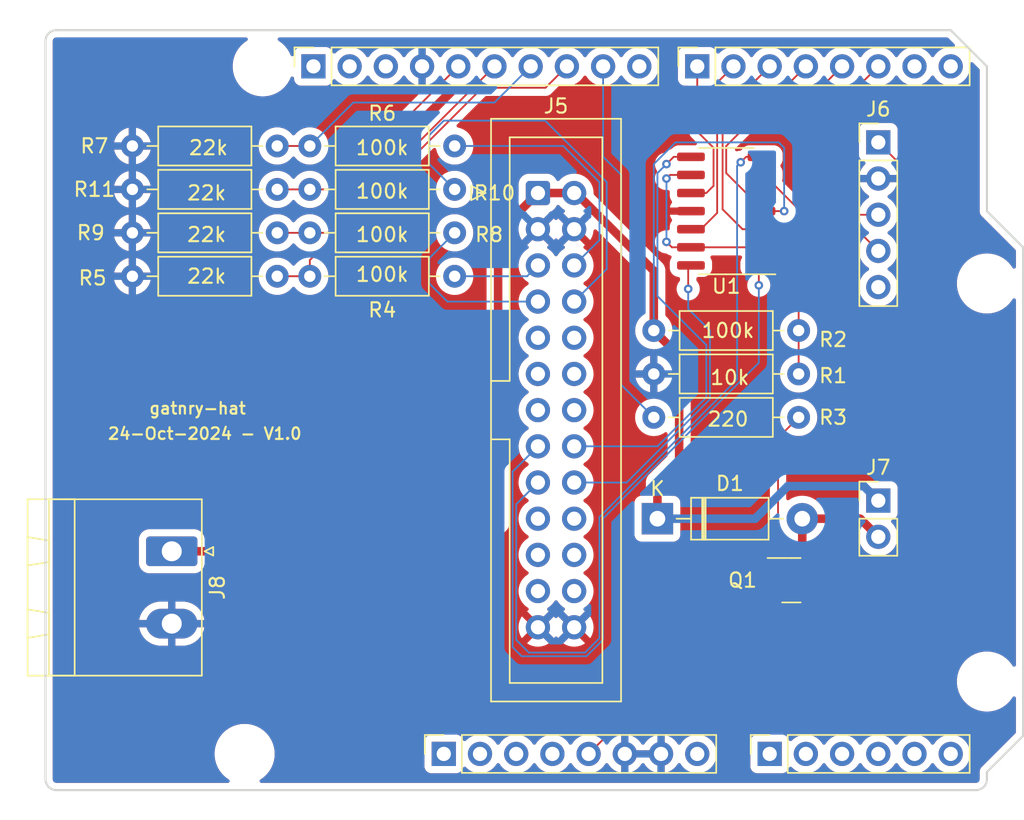
<source format=kicad_pcb>
(kicad_pcb (version 20211014) (generator pcbnew)
  (title_block (date "mar. 31 mars 2015"))
  (layers (0 "F.Cu" signal "Front") (31 "B.Cu" signal "Back") (34 "B.Paste" user) (35 "F.Paste" user) (36 "B.SilkS" user "B.Silkscreen") (37 "F.SilkS" user "F.Silkscreen") (38 "B.Mask" user) (39 "F.Mask" user) (44 "Edge.Cuts" user))
  (net 0 "")
  (net 1 "GND")
  (net 3 "+5V")
  (net 4 "/IOREF")
  (net 5 "/A0")
  (net 6 "/A1")
  (net 7 "/A2")
  (net 8 "/A3")
  (net 9 "/13")
  (net 10 "/12")
  (net 11 "/AREF")
  (net 12 "/8")
  (net 13 "/7")
  (net 14 "/*11")
  (net 15 "/*10")
  (net 16 "/*9")
  (net 17 "/4")
  (net 18 "/2")
  (net 19 "/*6")
  (net 20 "/*5")
  (net 21 "/TX{slash}1")
  (net 22 "/*3")
  (net 23 "/RX{slash}0")
  (net 24 "+3V3")
  (net 25 "VCC")
  (net 26 "/~{RESET}")
  (net 27 "+24V")
  (net 28 "Net-(D1-Pad2)")
  (net 29 "/I1")
  (net 30 "/I2")
  (net 31 "/I3")
  (net 32 "/I4")
  (net 39 "/Q1")
  (net 40 "/Q2")
  (net 41 "/Q3")
  (net 42 "/Q4")
  (net 49 "/encX")
  (net 50 "Net-(Q1-Pad1)")
  (net 51 "Net-(R1-Pad1)")
  (net 52 "/SCL")
  (net 53 "/SDA")
  (net 54 "/A4")
  (net 55 "/A5")
  (footprint "Connector_PinSocket_2.54mm:PinSocket_1x08_P2.54mm_Vertical" (layer "F.Cu") (at 127.94 97.46 90)
    (fp_text reference "J1" hide)
    (fp_text value "Power")
    (fp_line (start -1.33 19.11) (end 1.33 19.11) (layer "F.SilkS") (width 0.12))
    (fp_line (start 1.33 1.27) (end 1.33 19.11) (layer "F.SilkS") (width 0.12))
    (fp_line (start -1.33 1.27) (end 1.33 1.27) (layer "F.SilkS") (width 0.12))
    (fp_line (start 0 -1.33) (end 1.33 -1.33) (layer "F.SilkS") (width 0.12))
    (fp_line (start 1.33 -1.33) (end 1.33 0) (layer "F.SilkS") (width 0.12))
    (fp_line (start -1.33 1.27) (end -1.33 19.11) (layer "F.SilkS") (width 0.12))
    (pad "1" thru_hole rect locked (at 0 0 90) (size 1.7 1.7) (drill 1) (layers *.Cu *.Mask))
    (pad "2" thru_hole oval locked (at 0 2.54 90) (size 1.7 1.7) (drill 1) (layers *.Cu *.Mask) (net 4 "/IOREF"))
    (pad "3" thru_hole oval locked (at 0 5.08 90) (size 1.7 1.7) (drill 1) (layers *.Cu *.Mask) (net 26 "/~{RESET}"))
    (pad "4" thru_hole oval locked (at 0 7.62 90) (size 1.7 1.7) (drill 1) (layers *.Cu *.Mask) (net 24 "+3V3"))
    (pad "5" thru_hole oval locked (at 0 10.16 90) (size 1.7 1.7) (drill 1) (layers *.Cu *.Mask) (net 3 "+5V"))
    (pad "6" thru_hole oval locked (at 0 12.7 90) (size 1.7 1.7) (drill 1) (layers *.Cu *.Mask) (net 1 "GND"))
    (pad "7" thru_hole oval locked (at 0 15.24 90) (size 1.7 1.7) (drill 1) (layers *.Cu *.Mask) (net 1 "GND"))
    (pad "8" thru_hole oval locked (at 0 17.78 90) (size 1.7 1.7) (drill 1) (layers *.Cu *.Mask) (net 25 "VCC"))
  )
  (footprint "Connector_PinSocket_2.54mm:PinSocket_1x06_P2.54mm_Vertical" (layer "F.Cu") (at 150.8 97.46 90)
    (fp_text reference "J3" hide)
    (fp_text value "Analog")
    (fp_line (start 1.33 1.27) (end 1.33 14.03) (layer "F.SilkS") (width 0.12))
    (fp_line (start 0 -1.33) (end 1.33 -1.33) (layer "F.SilkS") (width 0.12))
    (fp_line (start -1.33 1.27) (end 1.33 1.27) (layer "F.SilkS") (width 0.12))
    (fp_line (start -1.33 1.27) (end -1.33 14.03) (layer "F.SilkS") (width 0.12))
    (fp_line (start -1.33 14.03) (end 1.33 14.03) (layer "F.SilkS") (width 0.12))
    (fp_line (start 1.33 -1.33) (end 1.33 0) (layer "F.SilkS") (width 0.12))
    (pad "1" thru_hole rect locked (at 0 0 90) (size 1.7 1.7) (drill 1) (layers *.Cu *.Mask) (net 5 "/A0"))
    (pad "2" thru_hole oval locked (at 0 2.54 90) (size 1.7 1.7) (drill 1) (layers *.Cu *.Mask) (net 6 "/A1"))
    (pad "3" thru_hole oval locked (at 0 5.08 90) (size 1.7 1.7) (drill 1) (layers *.Cu *.Mask) (net 7 "/A2"))
    (pad "4" thru_hole oval locked (at 0 7.62 90) (size 1.7 1.7) (drill 1) (layers *.Cu *.Mask) (net 8 "/A3"))
    (pad "5" thru_hole oval locked (at 0 10.16 90) (size 1.7 1.7) (drill 1) (layers *.Cu *.Mask) (net 54 "/A4"))
    (pad "6" thru_hole oval locked (at 0 12.7 90) (size 1.7 1.7) (drill 1) (layers *.Cu *.Mask) (net 55 "/A5"))
  )
  (footprint "Connector_PinSocket_2.54mm:PinSocket_1x10_P2.54mm_Vertical" (layer "F.Cu") (at 118.796 49.2 90)
    (fp_text reference "J2" hide)
    (fp_text value "Digital/PWM")
    (fp_line (start -1.33 24.19) (end 1.33 24.19) (layer "F.SilkS") (width 0.12))
    (fp_line (start -1.33 1.27) (end -1.33 24.19) (layer "F.SilkS") (width 0.12))
    (fp_line (start 1.33 -1.33) (end 1.33 0) (layer "F.SilkS") (width 0.12))
    (fp_line (start 0 -1.33) (end 1.33 -1.33) (layer "F.SilkS") (width 0.12))
    (fp_line (start 1.33 1.27) (end 1.33 24.19) (layer "F.SilkS") (width 0.12))
    (fp_line (start -1.33 1.27) (end 1.33 1.27) (layer "F.SilkS") (width 0.12))
    (pad "1" thru_hole rect locked (at 0 0 90) (size 1.7 1.7) (drill 1) (layers *.Cu *.Mask) (net 52 "/SCL"))
    (pad "2" thru_hole oval locked (at 0 2.54 90) (size 1.7 1.7) (drill 1) (layers *.Cu *.Mask) (net 53 "/SDA"))
    (pad "3" thru_hole oval locked (at 0 5.08 90) (size 1.7 1.7) (drill 1) (layers *.Cu *.Mask) (net 11 "/AREF"))
    (pad "4" thru_hole oval locked (at 0 7.62 90) (size 1.7 1.7) (drill 1) (layers *.Cu *.Mask) (net 1 "GND"))
    (pad "5" thru_hole oval locked (at 0 10.16 90) (size 1.7 1.7) (drill 1) (layers *.Cu *.Mask) (net 9 "/13"))
    (pad "6" thru_hole oval locked (at 0 12.7 90) (size 1.7 1.7) (drill 1) (layers *.Cu *.Mask) (net 10 "/12"))
    (pad "7" thru_hole oval locked (at 0 15.24 90) (size 1.7 1.7) (drill 1) (layers *.Cu *.Mask) (net 14 "/*11"))
    (pad "8" thru_hole oval locked (at 0 17.78 90) (size 1.7 1.7) (drill 1) (layers *.Cu *.Mask) (net 15 "/*10"))
    (pad "9" thru_hole oval locked (at 0 20.32 90) (size 1.7 1.7) (drill 1) (layers *.Cu *.Mask) (net 16 "/*9"))
    (pad "10" thru_hole oval locked (at 0 22.86 90) (size 1.7 1.7) (drill 1) (layers *.Cu *.Mask) (net 12 "/8"))
  )
  (footprint "Connector_PinSocket_2.54mm:PinSocket_1x08_P2.54mm_Vertical" (layer "F.Cu") (at 145.72 49.2 90)
    (fp_text reference "J4" hide)
    (fp_text value "Digital/PWM")
    (fp_line (start -1.33 19.11) (end 1.33 19.11) (layer "F.SilkS") (width 0.12))
    (fp_line (start -1.33 1.27) (end -1.33 19.11) (layer "F.SilkS") (width 0.12))
    (fp_line (start 0 -1.33) (end 1.33 -1.33) (layer "F.SilkS") (width 0.12))
    (fp_line (start -1.33 1.27) (end 1.33 1.27) (layer "F.SilkS") (width 0.12))
    (fp_line (start 1.33 -1.33) (end 1.33 0) (layer "F.SilkS") (width 0.12))
    (fp_line (start 1.33 1.27) (end 1.33 19.11) (layer "F.SilkS") (width 0.12))
    (pad "1" thru_hole rect locked (at 0 0 90) (size 1.7 1.7) (drill 1) (layers *.Cu *.Mask) (net 13 "/7"))
    (pad "2" thru_hole oval locked (at 0 2.54 90) (size 1.7 1.7) (drill 1) (layers *.Cu *.Mask) (net 19 "/*6"))
    (pad "3" thru_hole oval locked (at 0 5.08 90) (size 1.7 1.7) (drill 1) (layers *.Cu *.Mask) (net 20 "/*5"))
    (pad "4" thru_hole oval locked (at 0 7.62 90) (size 1.7 1.7) (drill 1) (layers *.Cu *.Mask) (net 17 "/4"))
    (pad "5" thru_hole oval locked (at 0 10.16 90) (size 1.7 1.7) (drill 1) (layers *.Cu *.Mask) (net 22 "/*3"))
    (pad "6" thru_hole oval locked (at 0 12.7 90) (size 1.7 1.7) (drill 1) (layers *.Cu *.Mask) (net 18 "/2"))
    (pad "7" thru_hole oval locked (at 0 15.24 90) (size 1.7 1.7) (drill 1) (layers *.Cu *.Mask) (net 21 "/TX{slash}1"))
    (pad "8" thru_hole oval locked (at 0 17.78 90) (size 1.7 1.7) (drill 1) (layers *.Cu *.Mask) (net 23 "/RX{slash}0"))
  )
  (footprint "Resistor_THT:R_Axial_DIN0207_L6.3mm_D2.5mm_P10.16mm_Horizontal" (layer "F.Cu") (at 128.702 57.836 180)
    (fp_text reference "R10" (at -2.794 -0.254) (layer "F.SilkS"))
    (fp_text value "100k" (at 5.08 -0.127) (layer "F.SilkS"))
    (fp_line (start 1.81 1.37) (end 8.35 1.37) (layer "F.SilkS") (width 0.12))
    (fp_line (start 1.04 0) (end 1.81 0) (layer "F.SilkS") (width 0.12))
    (fp_line (start 1.81 -1.37) (end 1.81 1.37) (layer "F.SilkS") (width 0.12))
    (fp_line (start 8.35 1.37) (end 8.35 -1.37) (layer "F.SilkS") (width 0.12))
    (fp_line (start 8.35 -1.37) (end 1.81 -1.37) (layer "F.SilkS") (width 0.12))
    (fp_line (start 9.12 0) (end 8.35 0) (layer "F.SilkS") (width 0.12))
    (pad "1" thru_hole circle (at 0 0 180) (size 1.6 1.6) (drill 0.8) (layers *.Cu *.Mask) (net 32 "/I4"))
    (pad "2" thru_hole oval (at 10.16 0 180) (size 1.6 1.6) (drill 0.8) (layers *.Cu *.Mask) (net 9 "/13"))
  )
  (footprint "Resistor_THT:R_Axial_DIN0207_L6.3mm_D2.5mm_P10.16mm_Horizontal" (layer "F.Cu") (at 142.672 73.838)
    (fp_text reference "R3" (at 12.573 0) (layer "F.SilkS"))
    (fp_text value "220" (at 5.207 0.127) (layer "F.SilkS"))
    (fp_line (start 1.04 0) (end 1.81 0) (layer "F.SilkS") (width 0.12))
    (fp_line (start 9.12 0) (end 8.35 0) (layer "F.SilkS") (width 0.12))
    (fp_line (start 1.81 1.37) (end 8.35 1.37) (layer "F.SilkS") (width 0.12))
    (fp_line (start 1.81 -1.37) (end 1.81 1.37) (layer "F.SilkS") (width 0.12))
    (fp_line (start 8.35 1.37) (end 8.35 -1.37) (layer "F.SilkS") (width 0.12))
    (fp_line (start 8.35 -1.37) (end 1.81 -1.37) (layer "F.SilkS") (width 0.12))
    (pad "1" thru_hole circle (at 0 0) (size 1.6 1.6) (drill 0.8) (layers *.Cu *.Mask) (net 16 "/*9"))
    (pad "2" thru_hole oval (at 10.16 0) (size 1.6 1.6) (drill 0.8) (layers *.Cu *.Mask) (net 50 "Net-(Q1-Pad1)"))
  )
  (footprint "Resistor_THT:R_Axial_DIN0207_L6.3mm_D2.5mm_P10.16mm_Horizontal" (layer "F.Cu") (at 128.702 60.884 180)
    (fp_text reference "R8" (at -2.413 -0.127) (layer "F.SilkS"))
    (fp_text value "100k" (at 5.08 -0.127) (layer "F.SilkS"))
    (fp_line (start 1.04 0) (end 1.81 0) (layer "F.SilkS") (width 0.12))
    (fp_line (start 8.35 -1.37) (end 1.81 -1.37) (layer "F.SilkS") (width 0.12))
    (fp_line (start 8.35 1.37) (end 8.35 -1.37) (layer "F.SilkS") (width 0.12))
    (fp_line (start 1.81 -1.37) (end 1.81 1.37) (layer "F.SilkS") (width 0.12))
    (fp_line (start 1.81 1.37) (end 8.35 1.37) (layer "F.SilkS") (width 0.12))
    (fp_line (start 9.12 0) (end 8.35 0) (layer "F.SilkS") (width 0.12))
    (pad "1" thru_hole circle (at 0 0 180) (size 1.6 1.6) (drill 0.8) (layers *.Cu *.Mask) (net 31 "/I3"))
    (pad "2" thru_hole oval (at 10.16 0 180) (size 1.6 1.6) (drill 0.8) (layers *.Cu *.Mask) (net 10 "/12"))
  )
  (footprint "Resistor_THT:R_Axial_DIN0207_L6.3mm_D2.5mm_P10.16mm_Horizontal" (layer "F.Cu") (at 128.702 63.932 180)
    (fp_text reference "R4" (at 5.08 -2.37) (layer "F.SilkS"))
    (fp_text value "100k" (at 5.08 0.127) (layer "F.SilkS"))
    (fp_line (start 9.12 0) (end 8.35 0) (layer "F.SilkS") (width 0.12))
    (fp_line (start 1.81 1.37) (end 8.35 1.37) (layer "F.SilkS") (width 0.12))
    (fp_line (start 1.04 0) (end 1.81 0) (layer "F.SilkS") (width 0.12))
    (fp_line (start 8.35 -1.37) (end 1.81 -1.37) (layer "F.SilkS") (width 0.12))
    (fp_line (start 8.35 1.37) (end 8.35 -1.37) (layer "F.SilkS") (width 0.12))
    (fp_line (start 1.81 -1.37) (end 1.81 1.37) (layer "F.SilkS") (width 0.12))
    (pad "1" thru_hole circle (at 0 0 180) (size 1.6 1.6) (drill 0.8) (layers *.Cu *.Mask) (net 29 "/I1"))
    (pad "2" thru_hole oval (at 10.16 0 180) (size 1.6 1.6) (drill 0.8) (layers *.Cu *.Mask) (net 15 "/*10"))
  )
  (footprint "Diode_THT:D_DO-41_SOD81_P10.16mm_Horizontal" (layer "F.Cu") (at 142.926 80.95)
    (fp_text reference "D1" (at 5.08 -2.47) (layer "F.SilkS"))
    (fp_text value "1N4007")
    (fp_text user "K" (at 0 -2.1) (layer "F.SilkS"))
    (fp_line (start 3.14 -1.47) (end 3.14 1.47) (layer "F.SilkS") (width 0.12))
    (fp_line (start 1.34 0) (end 2.36 0) (layer "F.SilkS") (width 0.12))
    (fp_line (start 2.36 1.47) (end 7.8 1.47) (layer "F.SilkS") (width 0.12))
    (fp_line (start 2.36 -1.47) (end 2.36 1.47) (layer "F.SilkS") (width 0.12))
    (fp_line (start 7.8 -1.47) (end 2.36 -1.47) (layer "F.SilkS") (width 0.12))
    (fp_line (start 8.82 0) (end 7.8 0) (layer "F.SilkS") (width 0.12))
    (fp_line (start 3.26 -1.47) (end 3.26 1.47) (layer "F.SilkS") (width 0.12))
    (fp_line (start 3.38 -1.47) (end 3.38 1.47) (layer "F.SilkS") (width 0.12))
    (fp_line (start 7.8 1.47) (end 7.8 -1.47) (layer "F.SilkS") (width 0.12))
    (pad "1" thru_hole rect (at 0 0) (size 2.2 2.2) (drill 1.1) (layers *.Cu *.Mask) (net 27 "+24V"))
    (pad "2" thru_hole oval (at 10.16 0) (size 2.2 2.2) (drill 1.1) (layers *.Cu *.Mask) (net 28 "Net-(D1-Pad2)"))
  )
  (footprint "Resistor_THT:R_Axial_DIN0207_L6.3mm_D2.5mm_P10.16mm_Horizontal" (layer "F.Cu") (at 116.256 63.932 180)
    (fp_text reference "R5" (at 12.954 -0.127) (layer "F.SilkS"))
    (fp_text value "22k" (at 4.953 0) (layer "F.SilkS"))
    (fp_line (start 1.04 0) (end 1.81 0) (layer "F.SilkS") (width 0.12))
    (fp_line (start 1.81 1.37) (end 8.35 1.37) (layer "F.SilkS") (width 0.12))
    (fp_line (start 9.12 0) (end 8.35 0) (layer "F.SilkS") (width 0.12))
    (fp_line (start 1.81 -1.37) (end 1.81 1.37) (layer "F.SilkS") (width 0.12))
    (fp_line (start 8.35 -1.37) (end 1.81 -1.37) (layer "F.SilkS") (width 0.12))
    (fp_line (start 8.35 1.37) (end 8.35 -1.37) (layer "F.SilkS") (width 0.12))
    (pad "1" thru_hole circle (at 0 0 180) (size 1.6 1.6) (drill 0.8) (layers *.Cu *.Mask) (net 15 "/*10"))
    (pad "2" thru_hole oval (at 10.16 0 180) (size 1.6 1.6) (drill 0.8) (layers *.Cu *.Mask) (net 1 "GND"))
  )
  (footprint "Resistor_THT:R_Axial_DIN0207_L6.3mm_D2.5mm_P10.16mm_Horizontal" (layer "F.Cu") (at 142.672 67.742)
    (fp_text reference "R2" (at 12.573 0.635) (layer "F.SilkS"))
    (fp_text value "100k" (at 5.207 0) (layer "F.SilkS"))
    (fp_line (start 1.04 0) (end 1.81 0) (layer "F.SilkS") (width 0.12))
    (fp_line (start 9.12 0) (end 8.35 0) (layer "F.SilkS") (width 0.12))
    (fp_line (start 8.35 1.37) (end 8.35 -1.37) (layer "F.SilkS") (width 0.12))
    (fp_line (start 8.35 -1.37) (end 1.81 -1.37) (layer "F.SilkS") (width 0.12))
    (fp_line (start 1.81 1.37) (end 8.35 1.37) (layer "F.SilkS") (width 0.12))
    (fp_line (start 1.81 -1.37) (end 1.81 1.37) (layer "F.SilkS") (width 0.12))
    (pad "1" thru_hole circle (at 0 0) (size 1.6 1.6) (drill 0.8) (layers *.Cu *.Mask) (net 27 "+24V"))
    (pad "2" thru_hole oval (at 10.16 0) (size 1.6 1.6) (drill 0.8) (layers *.Cu *.Mask) (net 51 "Net-(R1-Pad1)"))
  )
  (footprint "Package_SO:SOIC-14_3.9x8.7mm_P1.27mm" (layer "F.Cu") (at 147.752 59.36 180)
    (fp_text reference "U1" (at 0 -5.28) (layer "F.SilkS"))
    (fp_text value "TL084")
    (fp_line (start 0 -4.435) (end 1.95 -4.435) (layer "F.SilkS") (width 0.12))
    (fp_line (start 0 4.435) (end -1.95 4.435) (layer "F.SilkS") (width 0.12))
    (fp_line (start 0 -4.435) (end -3.45 -4.435) (layer "F.SilkS") (width 0.12))
    (fp_line (start 0 4.435) (end 1.95 4.435) (layer "F.SilkS") (width 0.12))
    (pad "1" smd roundrect (at -2.475 -3.81 180) (size 1.95 0.6) (layers "F.Cu" "F.Paste" "F.Mask") (net 39 "/Q1"))
    (pad "2" smd roundrect (at -2.475 -2.54 180) (size 1.95 0.6) (layers "F.Cu" "F.Paste" "F.Mask") (net 51 "Net-(R1-Pad1)"))
    (pad "3" smd roundrect (at -2.475 -1.27 180) (size 1.95 0.6) (layers "F.Cu" "F.Paste" "F.Mask") (net 20 "/*5"))
    (pad "4" smd roundrect (at -2.475 0 180) (size 1.95 0.6) (layers "F.Cu" "F.Paste" "F.Mask") (net 27 "+24V"))
    (pad "5" smd roundrect (at -2.475 1.27 180) (size 1.95 0.6) (layers "F.Cu" "F.Paste" "F.Mask") (net 17 "/4"))
    (pad "6" smd roundrect (at -2.475 2.54 180) (size 1.95 0.6) (layers "F.Cu" "F.Paste" "F.Mask") (net 51 "Net-(R1-Pad1)"))
    (pad "7" smd roundrect (at -2.475 3.81 180) (size 1.95 0.6) (layers "F.Cu" "F.Paste" "F.Mask") (net 41 "/Q3"))
    (pad "8" smd roundrect (at 2.475 3.81 180) (size 1.95 0.6) (layers "F.Cu" "F.Paste" "F.Mask") (net 40 "/Q2"))
    (pad "9" smd roundrect (at 2.475 2.54 180) (size 1.95 0.6) (layers "F.Cu" "F.Paste" "F.Mask") (net 51 "Net-(R1-Pad1)"))
    (pad "10" smd roundrect (at 2.475 1.27 180) (size 1.95 0.6) (layers "F.Cu" "F.Paste" "F.Mask") (net 13 "/7"))
    (pad "11" smd roundrect (at 2.475 0 180) (size 1.95 0.6) (layers "F.Cu" "F.Paste" "F.Mask") (net 1 "GND"))
    (pad "12" smd roundrect (at 2.475 -1.27 180) (size 1.95 0.6) (layers "F.Cu" "F.Paste" "F.Mask") (net 19 "/*6"))
    (pad "13" smd roundrect (at 2.475 -2.54 180) (size 1.95 0.6) (layers "F.Cu" "F.Paste" "F.Mask") (net 51 "Net-(R1-Pad1)"))
    (pad "14" smd roundrect (at 2.475 -3.81 180) (size 1.95 0.6) (layers "F.Cu" "F.Paste" "F.Mask") (net 42 "/Q4"))
  )
  (footprint "Resistor_THT:R_Axial_DIN0207_L6.3mm_D2.5mm_P10.16mm_Horizontal" (layer "F.Cu") (at 128.702 54.788 180)
    (fp_text reference "R6" (at 5.08 2.286) (layer "F.SilkS"))
    (fp_text value "100k" (at 5.08 -0.127) (layer "F.SilkS"))
    (fp_line (start 1.04 0) (end 1.81 0) (layer "F.SilkS") (width 0.12))
    (fp_line (start 9.12 0) (end 8.35 0) (layer "F.SilkS") (width 0.12))
    (fp_line (start 1.81 -1.37) (end 1.81 1.37) (layer "F.SilkS") (width 0.12))
    (fp_line (start 8.35 1.37) (end 8.35 -1.37) (layer "F.SilkS") (width 0.12))
    (fp_line (start 1.81 1.37) (end 8.35 1.37) (layer "F.SilkS") (width 0.12))
    (fp_line (start 8.35 -1.37) (end 1.81 -1.37) (layer "F.SilkS") (width 0.12))
    (pad "1" thru_hole circle (at 0 0 180) (size 1.6 1.6) (drill 0.8) (layers *.Cu *.Mask) (net 30 "/I2"))
    (pad "2" thru_hole oval (at 10.16 0 180) (size 1.6 1.6) (drill 0.8) (layers *.Cu *.Mask) (net 14 "/*11"))
  )
  (footprint "Arduino_MountingHole:MountingHole_3.2mm" (layer "F.Cu") (at 115.24 49.2)
    (fp_text reference "MH1" hide)
    (fp_text value "MountingHole_3.2mm" hide)
    (pad "" np_thru_hole circle locked (at 0 0) (size 3.2 3.2) (drill 3.2) (layers *.Cu *.Mask))
  )
  (footprint "Connector_PinHeader_2.54mm:PinHeader_1x05_P2.54mm_Vertical" (layer "F.Cu") (at 158.42 54.534)
    (fp_text reference "J6" (at 0 -2.33) (layer "F.SilkS"))
    (fp_text value "encoder")
    (fp_line (start -1.33 11.49) (end 1.33 11.49) (layer "F.SilkS") (width 0.12))
    (fp_line (start 1.33 1.27) (end 1.33 11.49) (layer "F.SilkS") (width 0.12))
    (fp_line (start -1.33 -1.33) (end 0 -1.33) (layer "F.SilkS") (width 0.12))
    (fp_line (start -1.33 0) (end -1.33 -1.33) (layer "F.SilkS") (width 0.12))
    (fp_line (start -1.33 1.27) (end -1.33 11.49) (layer "F.SilkS") (width 0.12))
    (fp_line (start -1.33 1.27) (end 1.33 1.27) (layer "F.SilkS") (width 0.12))
    (pad "1" thru_hole rect (at 0 0) (size 1.7 1.7) (drill 1) (layers *.Cu *.Mask) (net 3 "+5V"))
    (pad "2" thru_hole oval (at 0 2.54) (size 1.7 1.7) (drill 1) (layers *.Cu *.Mask) (net 1 "GND"))
    (pad "3" thru_hole oval (at 0 5.08) (size 1.7 1.7) (drill 1) (layers *.Cu *.Mask) (net 18 "/2"))
    (pad "4" thru_hole oval (at 0 7.62) (size 1.7 1.7) (drill 1) (layers *.Cu *.Mask) (net 22 "/*3"))
    (pad "5" thru_hole oval (at 0 10.16) (size 1.7 1.7) (drill 1) (layers *.Cu *.Mask) (net 49 "/encX"))
  )
  (footprint "Connector_Phoenix_MSTB:PhoenixContact_MSTBA_2,5_2-G-5,08_1x02_P5.08mm_Horizontal" (layer "F.Cu") (at 108.8575 83.236 -90)
    (fp_text reference "J8" (at 2.54 -3.2 90) (layer "F.SilkS"))
    (fp_text value "24V input")
    (fp_line (start 4.33 8.61) (end 4.08 10.11) (layer "F.SilkS") (width 0.12))
    (fp_line (start -3.65 -2.11) (end -3.65 10.11) (layer "F.SilkS") (width 0.12))
    (fp_line (start -3.65 8.61) (end -3.65 6.81) (layer "F.SilkS") (width 0.12))
    (fp_line (start 0.3 -2.91) (end 0 -2.31) (layer "F.SilkS") (width 0.12))
    (fp_line (start -3.65 6.81) (end 8.73 6.81) (layer "F.SilkS") (width 0.12))
    (fp_line (start -1 10.11) (end 1 10.11) (layer "F.SilkS") (width 0.12))
    (fp_line (start 5.83 8.61) (end 4.33 8.61) (layer "F.SilkS") (width 0.12))
    (fp_line (start 8.73 -2.11) (end -3.65 -2.11) (layer "F.SilkS") (width 0.12))
    (fp_line (start 8.73 8.61) (end -3.65 8.61) (layer "F.SilkS") (width 0.12))
    (fp_line (start -3.65 10.11) (end 8.73 10.11) (layer "F.SilkS") (width 0.12))
    (fp_line (start 8.73 10.11) (end 8.73 -2.11) (layer "F.SilkS") (width 0.12))
    (fp_line (start -0.75 8.61) (end -1 10.11) (layer "F.SilkS") (width 0.12))
    (fp_line (start 1 10.11) (end 0.75 8.61) (layer "F.SilkS") (width 0.12))
    (fp_line (start 8.73 6.81) (end 8.73 8.61) (layer "F.SilkS") (width 0.12))
    (fp_line (start -0.3 -2.91) (end 0.3 -2.91) (layer "F.SilkS") (width 0.12))
    (fp_line (start 6.08 10.11) (end 5.83 8.61) (layer "F.SilkS") (width 0.12))
    (fp_line (start 4.08 10.11) (end 6.08 10.11) (layer "F.SilkS") (width 0.12))
    (fp_line (start 0 -2.31) (end -0.3 -2.91) (layer "F.SilkS") (width 0.12))
    (fp_line (start 0.75 8.61) (end -0.75 8.61) (layer "F.SilkS") (width 0.12))
    (pad "1" thru_hole roundrect (at 0 0 270) (size 2.08 3.6) (drill 1.4) (layers *.Cu *.Mask) (roundrect_rratio 0.1201918269) (net 27 "+24V"))
    (pad "2" thru_hole oval (at 5.08 0 270) (size 2.08 3.6) (drill 1.4) (layers *.Cu *.Mask) (net 1 "GND"))
  )
  (footprint "Package_TO_SOT_SMD:SOT-23" (layer "F.Cu") (at 152.324 85.268)
    (fp_text reference "Q1" (at -3.429 0) (layer "F.SilkS"))
    (fp_text value "BS170F")
    (fp_line (start 0 -1.56) (end -1.675 -1.56) (layer "F.SilkS") (width 0.12))
    (fp_line (start 0 1.56) (end -0.65 1.56) (layer "F.SilkS") (width 0.12))
    (fp_line (start 0 1.56) (end 0.65 1.56) (layer "F.SilkS") (width 0.12))
    (fp_line (start 0 -1.56) (end 0.65 -1.56) (layer "F.SilkS") (width 0.12))
    (pad "1" smd roundrect (at -0.9375 -0.95) (size 1.475 0.6) (layers "F.Cu" "F.Paste" "F.Mask") (net 50 "Net-(Q1-Pad1)"))
    (pad "2" smd roundrect (at -0.9375 0.95) (size 1.475 0.6) (layers "F.Cu" "F.Paste" "F.Mask") (net 1 "GND"))
    (pad "3" smd roundrect (at 0.9375 0) (size 1.475 0.6) (layers "F.Cu" "F.Paste" "F.Mask") (net 28 "Net-(D1-Pad2)"))
  )
  (footprint "Resistor_THT:R_Axial_DIN0207_L6.3mm_D2.5mm_P10.16mm_Horizontal" (layer "F.Cu") (at 116.256 57.836 180)
    (fp_text reference "R11" (at 12.827 0) (layer "F.SilkS"))
    (fp_text value "22k" (at 4.953 -0.254) (layer "F.SilkS"))
    (fp_line (start 1.81 1.37) (end 8.35 1.37) (layer "F.SilkS") (width 0.12))
    (fp_line (start 9.12 0) (end 8.35 0) (layer "F.SilkS") (width 0.12))
    (fp_line (start 8.35 -1.37) (end 1.81 -1.37) (layer "F.SilkS") (width 0.12))
    (fp_line (start 1.04 0) (end 1.81 0) (layer "F.SilkS") (width 0.12))
    (fp_line (start 8.35 1.37) (end 8.35 -1.37) (layer "F.SilkS") (width 0.12))
    (fp_line (start 1.81 -1.37) (end 1.81 1.37) (layer "F.SilkS") (width 0.12))
    (pad "1" thru_hole circle (at 0 0 180) (size 1.6 1.6) (drill 0.8) (layers *.Cu *.Mask) (net 9 "/13"))
    (pad "2" thru_hole oval (at 10.16 0 180) (size 1.6 1.6) (drill 0.8) (layers *.Cu *.Mask) (net 1 "GND"))
  )
  (footprint "Resistor_THT:R_Axial_DIN0207_L6.3mm_D2.5mm_P10.16mm_Horizontal" (layer "F.Cu") (at 116.256 54.788 180)
    (fp_text reference "R7" (at 12.827 0) (layer "F.SilkS"))
    (fp_text value "22k" (at 4.826 -0.127) (layer "F.SilkS"))
    (fp_line (start 9.12 0) (end 8.35 0) (layer "F.SilkS") (width 0.12))
    (fp_line (start 1.81 1.37) (end 8.35 1.37) (layer "F.SilkS") (width 0.12))
    (fp_line (start 8.35 -1.37) (end 1.81 -1.37) (layer "F.SilkS") (width 0.12))
    (fp_line (start 1.04 0) (end 1.81 0) (layer "F.SilkS") (width 0.12))
    (fp_line (start 8.35 1.37) (end 8.35 -1.37) (layer "F.SilkS") (width 0.12))
    (fp_line (start 1.81 -1.37) (end 1.81 1.37) (layer "F.SilkS") (width 0.12))
    (pad "1" thru_hole circle (at 0 0 180) (size 1.6 1.6) (drill 0.8) (layers *.Cu *.Mask) (net 14 "/*11"))
    (pad "2" thru_hole oval (at 10.16 0 180) (size 1.6 1.6) (drill 0.8) (layers *.Cu *.Mask) (net 1 "GND"))
  )
  (footprint "Resistor_THT:R_Axial_DIN0207_L6.3mm_D2.5mm_P10.16mm_Horizontal" (layer "F.Cu") (at 116.256 60.884 180)
    (fp_text reference "R9" (at 13.081 0) (layer "F.SilkS"))
    (fp_text value "22k" (at 4.953 -0.127) (layer "F.SilkS"))
    (fp_line (start 8.35 -1.37) (end 1.81 -1.37) (layer "F.SilkS") (width 0.12))
    (fp_line (start 1.81 1.37) (end 8.35 1.37) (layer "F.SilkS") (width 0.12))
    (fp_line (start 8.35 1.37) (end 8.35 -1.37) (layer "F.SilkS") (width 0.12))
    (fp_line (start 1.04 0) (end 1.81 0) (layer "F.SilkS") (width 0.12))
    (fp_line (start 1.81 -1.37) (end 1.81 1.37) (layer "F.SilkS") (width 0.12))
    (fp_line (start 9.12 0) (end 8.35 0) (layer "F.SilkS") (width 0.12))
    (pad "1" thru_hole circle (at 0 0 180) (size 1.6 1.6) (drill 0.8) (layers *.Cu *.Mask) (net 10 "/12"))
    (pad "2" thru_hole oval (at 10.16 0 180) (size 1.6 1.6) (drill 0.8) (layers *.Cu *.Mask) (net 1 "GND"))
  )
  (footprint "Resistor_THT:R_Axial_DIN0207_L6.3mm_D2.5mm_P10.16mm_Horizontal" (layer "F.Cu") (at 152.832 70.79 180)
    (fp_text reference "R1" (at -2.413 -0.127) (layer "F.SilkS"))
    (fp_text value "10k" (at 4.826 -0.254) (layer "F.SilkS"))
    (fp_line (start 8.35 1.37) (end 8.35 -1.37) (layer "F.SilkS") (width 0.12))
    (fp_line (start 1.81 -1.37) (end 1.81 1.37) (layer "F.SilkS") (width 0.12))
    (fp_line (start 1.81 1.37) (end 8.35 1.37) (layer "F.SilkS") (width 0.12))
    (fp_line (start 1.04 0) (end 1.81 0) (layer "F.SilkS") (width 0.12))
    (fp_line (start 9.12 0) (end 8.35 0) (layer "F.SilkS") (width 0.12))
    (fp_line (start 8.35 -1.37) (end 1.81 -1.37) (layer "F.SilkS") (width 0.12))
    (pad "1" thru_hole circle (at 0 0 180) (size 1.6 1.6) (drill 0.8) (layers *.Cu *.Mask) (net 51 "Net-(R1-Pad1)"))
    (pad "2" thru_hole oval (at 10.16 0 180) (size 1.6 1.6) (drill 0.8) (layers *.Cu *.Mask) (net 1 "GND"))
  )
  (footprint "Arduino_MountingHole:MountingHole_3.2mm" (layer "F.Cu") (at 113.97 97.46)
    (fp_text reference "MH2" hide)
    (fp_text value "MountingHole_3.2mm" hide)
    (pad "" np_thru_hole circle locked (at 0 0) (size 3.2 3.2) (drill 3.2) (layers *.Cu *.Mask))
  )
  (footprint "Arduino_MountingHole:MountingHole_3.2mm" (layer "F.Cu") (at 166.04 64.44)
    (fp_text reference "MH3" hide)
    (fp_text value "MountingHole_3.2mm" hide)
    (pad "" np_thru_hole circle locked (at 0 0) (size 3.2 3.2) (drill 3.2) (layers *.Cu *.Mask))
  )
  (footprint "Arduino_MountingHole:MountingHole_3.2mm" (layer "F.Cu") (at 166.04 92.38)
    (fp_text reference "MH4" hide)
    (fp_text value "MountingHole_3.2mm" hide)
    (pad "" np_thru_hole circle locked (at 0 0) (size 3.2 3.2) (drill 3.2) (layers *.Cu *.Mask))
  )
  (footprint "Connector_IDC:IDC-Header_2x13_P2.54mm_Vertical" (layer "F.Cu") (at 134.544 58.09)
    (fp_text reference "J5" (at 1.27 -6.1) (layer "F.SilkS"))
    (fp_text value "Conn_02x13_Odd_Even")
    (fp_line (start -3.29 35.69) (end -3.29 -5.21) (layer "F.SilkS") (width 0.12))
    (fp_line (start -1.98 -3.91) (end 4.52 -3.91) (layer "F.SilkS") (width 0.12))
    (fp_line (start 4.52 -3.91) (end 4.52 34.39) (layer "F.SilkS") (width 0.12))
    (fp_line (start -3.29 13.19) (end -1.98 13.19) (layer "F.SilkS") (width 0.12))
    (fp_line (start -3.29 -5.21) (end 5.83 -5.21) (layer "F.SilkS") (width 0.12))
    (fp_line (start -1.98 13.19) (end -1.98 -3.91) (layer "F.SilkS") (width 0.12))
    (fp_line (start -1.98 34.39) (end -1.98 17.29) (layer "F.SilkS") (width 0.12))
    (fp_line (start -1.98 17.29) (end -3.29 17.29) (layer "F.SilkS") (width 0.12))
    (fp_line (start 5.83 35.69) (end -3.29 35.69) (layer "F.SilkS") (width 0.12))
    (fp_line (start -4.68 -0.5) (end -4.68 0.5) (layer "F.SilkS") (width 0.12))
    (fp_line (start -3.68 0) (end -4.68 -0.5) (layer "F.SilkS") (width 0.12))
    (fp_line (start -1.98 17.29) (end -1.98 17.29) (layer "F.SilkS") (width 0.12))
    (fp_line (start 5.83 -5.21) (end 5.83 35.69) (layer "F.SilkS") (width 0.12))
    (fp_line (start 4.52 34.39) (end -1.98 34.39) (layer "F.SilkS") (width 0.12))
    (fp_line (start -4.68 0.5) (end -3.68 0) (layer "F.SilkS") (width 0.12))
    (pad "1" thru_hole roundrect (at 0 0) (size 1.7 1.7) (drill 1) (layers *.Cu *.Mask) (roundrect_rratio 0.1470588235) (net 27 "+24V"))
    (pad "2" thru_hole circle (at 2.54 0) (size 1.7 1.7) (drill 1) (layers *.Cu *.Mask) (net 27 "+24V"))
    (pad "3" thru_hole circle (at 0 2.54) (size 1.7 1.7) (drill 1) (layers *.Cu *.Mask) (net 1 "GND"))
    (pad "4" thru_hole circle (at 2.54 2.54) (size 1.7 1.7) (drill 1) (layers *.Cu *.Mask) (net 1 "GND"))
    (pad "5" thru_hole circle (at 0 5.08) (size 1.7 1.7) (drill 1) (layers *.Cu *.Mask) (net 29 "/I1"))
    (pad "6" thru_hole circle (at 2.54 5.08) (size 1.7 1.7) (drill 1) (layers *.Cu *.Mask) (net 30 "/I2"))
    (pad "7" thru_hole circle (at 0 7.62) (size 1.7 1.7) (drill 1) (layers *.Cu *.Mask) (net 31 "/I3"))
    (pad "8" thru_hole circle (at 2.54 7.62) (size 1.7 1.7) (drill 1) (layers *.Cu *.Mask) (net 32 "/I4"))
    (pad "9" thru_hole circle (at 0 10.16) (size 1.7 1.7) (drill 1) (layers *.Cu *.Mask))
    (pad "10" thru_hole circle (at 2.54 10.16) (size 1.7 1.7) (drill 1) (layers *.Cu *.Mask))
    (pad "11" thru_hole circle (at 0 12.7) (size 1.7 1.7) (drill 1) (layers *.Cu *.Mask))
    (pad "12" thru_hole circle (at 2.54 12.7) (size 1.7 1.7) (drill 1) (layers *.Cu *.Mask))
    (pad "13" thru_hole circle (at 0 15.24) (size 1.7 1.7) (drill 1) (layers *.Cu *.Mask))
    (pad "14" thru_hole circle (at 2.54 15.24) (size 1.7 1.7) (drill 1) (layers *.Cu *.Mask))
    (pad "15" thru_hole circle (at 0 17.78) (size 1.7 1.7) (drill 1) (layers *.Cu *.Mask) (net 39 "/Q1"))
    (pad "16" thru_hole circle (at 2.54 17.78) (size 1.7 1.7) (drill 1) (layers *.Cu *.Mask) (net 40 "/Q2"))
    (pad "17" thru_hole circle (at 0 20.32) (size 1.7 1.7) (drill 1) (layers *.Cu *.Mask) (net 41 "/Q3"))
    (pad "18" thru_hole circle (at 2.54 20.32) (size 1.7 1.7) (drill 1) (layers *.Cu *.Mask) (net 42 "/Q4"))
    (pad "19" thru_hole circle (at 0 22.86) (size 1.7 1.7) (drill 1) (layers *.Cu *.Mask))
    (pad "20" thru_hole circle (at 2.54 22.86) (size 1.7 1.7) (drill 1) (layers *.Cu *.Mask))
    (pad "21" thru_hole circle (at 0 25.4) (size 1.7 1.7) (drill 1) (layers *.Cu *.Mask))
    (pad "22" thru_hole circle (at 2.54 25.4) (size 1.7 1.7) (drill 1) (layers *.Cu *.Mask))
    (pad "23" thru_hole circle (at 0 27.94) (size 1.7 1.7) (drill 1) (layers *.Cu *.Mask))
    (pad "24" thru_hole circle (at 2.54 27.94) (size 1.7 1.7) (drill 1) (layers *.Cu *.Mask))
    (pad "25" thru_hole circle (at 0 30.48) (size 1.7 1.7) (drill 1) (layers *.Cu *.Mask) (net 1 "GND"))
    (pad "26" thru_hole circle (at 2.54 30.48) (size 1.7 1.7) (drill 1) (layers *.Cu *.Mask) (net 1 "GND"))
  )
  (footprint "Connector_PinHeader_2.54mm:PinHeader_1x02_P2.54mm_Vertical" (layer "F.Cu") (at 158.42 79.68)
    (fp_text reference "J7" (at 0 -2.33) (layer "F.SilkS"))
    (fp_text value "electromagnet")
    (fp_line (start -1.33 1.27) (end -1.33 3.87) (layer "F.SilkS") (width 0.12))
    (fp_line (start -1.33 -1.33) (end 0 -1.33) (layer "F.SilkS") (width 0.12))
    (fp_line (start -1.33 0) (end -1.33 -1.33) (layer "F.SilkS") (width 0.12))
    (fp_line (start 1.33 1.27) (end 1.33 3.87) (layer "F.SilkS") (width 0.12))
    (fp_line (start -1.33 3.87) (end 1.33 3.87) (layer "F.SilkS") (width 0.12))
    (fp_line (start -1.33 1.27) (end 1.33 1.27) (layer "F.SilkS") (width 0.12))
    (pad "1" thru_hole rect (at 0 0) (size 1.7 1.7) (drill 1) (layers *.Cu *.Mask) (net 27 "+24V"))
    (pad "2" thru_hole oval (at 0 2.54) (size 1.7 1.7) (drill 1) (layers *.Cu *.Mask) (net 28 "Net-(D1-Pad2)"))
  )
  (gr_line (start 166.04 59.36) (end 168.58 61.9) (layer "Edge.Cuts") (width 0.15))
  (gr_line (start 100 99.238) (end 100 47.422) (layer "Edge.Cuts") (width 0.15))
  (gr_line (start 168.58 61.9) (end 168.58 96.19) (layer "Edge.Cuts") (width 0.15))
  (gr_line (start 165.278 100) (end 100.762 100) (layer "Edge.Cuts") (width 0.15))
  (gr_line (start 100.762 46.66) (end 163.5 46.66) (layer "Edge.Cuts") (width 0.15))
  (gr_arc (start 100.762 100) (mid 100.223185 99.776815) (end 100 99.238) (layer "Edge.Cuts") (width 0.15))
  (gr_line (start 168.58 96.19) (end 166.04 98.73) (layer "Edge.Cuts") (width 0.15))
  (gr_line (start 163.5 46.66) (end 166.04 49.2) (layer "Edge.Cuts") (width 0.15))
  (gr_arc (start 166.04 99.238) (mid 165.816815 99.776815) (end 165.278 100) (layer "Edge.Cuts") (width 0.15))
  (gr_line (start 166.04 49.2) (end 166.04 59.36) (layer "Edge.Cuts") (width 0.15))
  (gr_line (start 166.04 98.73) (end 166.04 99.238) (layer "Edge.Cuts") (width 0.15))
  (gr_arc (start 100 47.422) (mid 100.223185 46.883185) (end 100.762 46.66) (layer "Edge.Cuts") (width 0.15))
  (gr_text "24-Oct-2024 - V1.0" (at 111.176 74.981) (layer "F.SilkS") (effects (font (size 0.8128 0.8128) (thickness 0.1524))))
  (gr_text "gatnry-hat" (at 110.668 73.203) (layer "F.SilkS") (effects (font (size 0.8128 0.8128) (thickness 0.1524))))
  (segment (start 158.42 54.534) (end 162.738 58.852) (width 0.127) (layer "F.Cu") (net 3))
  (segment (start 140.64 94.92) (end 138.1 97.46) (width 0.127) (layer "F.Cu") (net 3))
  (segment (start 162.738 58.852) (end 162.738 86.792) (width 0.127) (layer "F.Cu") (net 3))
  (segment (start 154.61 94.92) (end 140.64 94.92) (width 0.127) (layer "F.Cu") (net 3))
  (segment (start 154.61 94.92) (end 162.738 86.792) (width 0.127) (layer "F.Cu") (net 3))
  (segment (start 116.256 57.836) (end 118.542 57.836) (width 0.127) (layer "F.Cu") (net 9))
  (segment (start 118.542 57.836) (end 120.32 57.836) (width 0.127) (layer "F.Cu") (net 9))
  (segment (start 120.32 57.836) (end 128.956 49.2) (width 0.127) (layer "F.Cu") (net 9))
  (segment (start 116.256 60.884) (end 118.542 60.884) (width 0.127) (layer "F.Cu") (net 10))
  (segment (start 119.812 60.884) (end 131.496 49.2) (width 0.127) (layer "F.Cu") (net 10))
  (segment (start 118.542 60.884) (end 119.812 60.884) (width 0.127) (layer "F.Cu") (net 10))
  (segment (start 146.863 54.915) (end 146.863 57.582) (width 0.127) (layer "F.Cu") (net 13))
  (segment (start 145.72 49.2) (end 145.72 53.772) (width 0.127) (layer "F.Cu") (net 13))
  (segment (start 145.72 53.772) (end 146.863 54.915) (width 0.127) (layer "F.Cu") (net 13))
  (segment (start 146.863 57.582) (end 146.355 58.09) (width 0.127) (layer "F.Cu") (net 13))
  (segment (start 146.355 58.09) (end 145.277 58.09) (width 0.127) (layer "F.Cu") (net 13))
  (segment (start 116.256 54.788) (end 118.542 54.788) (width 0.127) (layer "F.Cu") (net 14))
  (segment (start 118.542 54.788) (end 121.59 51.74) (width 0.127) (layer "B.Cu") (net 14))
  (segment (start 121.59 51.74) (end 131.496 51.74) (width 0.127) (layer "B.Cu") (net 14))
  (segment (start 131.496 51.74) (end 134.036 49.2) (width 0.127) (layer "B.Cu") (net 14))
  (segment (start 116.256 63.932) (end 118.542 63.932) (width 0.127) (layer "F.Cu") (net 15))
  (segment (start 135.073937 50.702063) (end 136.576 49.2) (width 0.127) (layer "F.Cu") (net 15))
  (segment (start 118.542 62.80063) (end 130.640567 50.702063) (width 0.127) (layer "F.Cu") (net 15))
  (segment (start 118.542 63.932) (end 118.542 62.80063) (width 0.127) (layer "F.Cu") (net 15))
  (segment (start 130.640567 50.702063) (end 135.073937 50.702063) (width 0.127) (layer "F.Cu") (net 15))
  (segment (start 140.386 71.552) (end 142.672 73.838) (width 0.127) (layer "B.Cu") (net 16))
  (segment (start 140.386 56.82) (end 140.386 71.552) (width 0.127) (layer "B.Cu") (net 16))
  (segment (start 139.116 55.55) (end 140.386 56.82) (width 0.127) (layer "B.Cu") (net 16))
  (segment (start 139.116 49.2) (end 139.116 55.55) (width 0.127) (layer "B.Cu") (net 16))
  (segment (start 147.752 56.693) (end 149.149 58.09) (width 0.127) (layer "F.Cu") (net 17))
  (segment (start 153.34 49.2) (end 147.752 54.788) (width 0.127) (layer "F.Cu") (net 17))
  (segment (start 147.752 54.788) (end 147.752 56.693) (width 0.127) (layer "F.Cu") (net 17))
  (segment (start 149.149 58.09) (end 150.227 58.09) (width 0.127) (layer "F.Cu") (net 17))
  (segment (start 158.42 59.614) (end 156.515 59.614) (width 0.127) (layer "F.Cu") (net 18))
  (segment (start 156.515 59.614) (end 155.372 58.471) (width 0.127) (layer "F.Cu") (net 18))
  (segment (start 155.372 58.471) (end 155.372 52.248) (width 0.127) (layer "F.Cu") (net 18))
  (segment (start 155.372 52.248) (end 158.42 49.2) (width 0.127) (layer "F.Cu") (net 18))
  (segment (start 147.117 59.487) (end 145.974 60.63) (width 0.127) (layer "F.Cu") (net 19))
  (segment (start 148.26 49.2) (end 147.117 50.343) (width 0.127) (layer "F.Cu") (net 19))
  (segment (start 145.974 60.63) (end 145.277 60.63) (width 0.127) (layer "F.Cu") (net 19))
  (segment (start 147.117 50.343) (end 147.117 59.487) (width 0.127) (layer "F.Cu") (net 19))
  (segment (start 147.498 52.502) (end 147.498 59.233) (width 0.127) (layer "F.Cu") (net 20))
  (segment (start 147.498 59.233) (end 148.895 60.63) (width 0.127) (layer "F.Cu") (net 20))
  (segment (start 150.8 49.2) (end 147.498 52.502) (width 0.127) (layer "F.Cu") (net 20))
  (segment (start 148.895 60.63) (end 150.227 60.63) (width 0.127) (layer "F.Cu") (net 20))
  (segment (start 158.42 62.154) (end 154.864 58.598) (width 0.127) (layer "F.Cu") (net 22))
  (segment (start 154.864 58.598) (end 154.864 50.216) (width 0.127) (layer "F.Cu") (net 22))
  (segment (start 154.864 50.216) (end 155.88 49.2) (width 0.127) (layer "F.Cu") (net 22))
  (segment (start 134.544 58.09) (end 137.084 58.09) (width 0.6) (layer "F.Cu") (net 27))
  (segment (start 142.672 67.742) (end 144.45 69.52) (width 0.6) (layer "F.Cu") (net 27))
  (segment (start 137.084 58.09) (end 137.211 58.09) (width 0.6) (layer "F.Cu") (net 27))
  (segment (start 144.45 69.52) (end 144.45 76.886) (width 0.6) (layer "F.Cu") (net 27))
  (segment (start 142.672 63.551) (end 142.672 67.742) (width 0.6) (layer "F.Cu") (net 27))
  (segment (start 131.75 81.204) (end 131.75 60.884) (width 0.6) (layer "F.Cu") (net 27))
  (segment (start 144.45 76.886) (end 142.926 78.41) (width 0.6) (layer "F.Cu") (net 27))
  (segment (start 131.75 60.884) (end 134.544 58.09) (width 0.6) (layer "F.Cu") (net 27))
  (segment (start 108.8575 83.236) (end 129.718 83.236) (width 0.6) (layer "F.Cu") (net 27))
  (segment (start 129.718 83.236) (end 131.75 81.204) (width 0.6) (layer "F.Cu") (net 27))
  (segment (start 142.926 78.41) (end 142.926 80.95) (width 0.6) (layer "F.Cu") (net 27))
  (segment (start 150.227 59.36) (end 151.816 59.36) (width 0.127) (layer "F.Cu") (net 27))
  (segment (start 137.211 58.09) (end 142.672 63.551) (width 0.6) (layer "F.Cu") (net 27))
  (via (at 151.816 59.36) (size 0.6) (drill 0.3) (layers "F.Cu" "B.Cu") (net 27))
  (segment (start 151.816 59.36) (end 151.816 54.915) (width 0.127) (layer "B.Cu") (net 27))
  (segment (start 142.672 56.058) (end 142.672 67.742) (width 0.127) (layer "B.Cu") (net 27))
  (segment (start 149.784 80.95) (end 152.07 78.664) (width 0.6) (layer "B.Cu") (net 27))
  (segment (start 151.435 54.534) (end 144.196 54.534) (width 0.127) (layer "B.Cu") (net 27))
  (segment (start 152.07 78.664) (end 157.404 78.664) (width 0.6) (layer "B.Cu") (net 27))
  (segment (start 157.404 78.664) (end 158.42 79.68) (width 0.6) (layer "B.Cu") (net 27))
  (segment (start 142.926 80.95) (end 149.784 80.95) (width 0.6) (layer "B.Cu") (net 27))
  (segment (start 151.816 54.915) (end 151.435 54.534) (width 0.127) (layer "B.Cu") (net 27))
  (segment (start 144.196 54.534) (end 142.672 56.058) (width 0.127) (layer "B.Cu") (net 27))
  (segment (start 153.086 80.95) (end 157.15 80.95) (width 0.6) (layer "F.Cu") (net 28))
  (segment (start 157.15 80.95) (end 158.42 82.22) (width 0.6) (layer "F.Cu") (net 28))
  (segment (start 153.086 80.95) (end 153.086 85.0925) (width 0.6) (layer "F.Cu") (net 28))
  (segment (start 153.086 85.0925) (end 153.2615 85.268) (width 0.127) (layer "F.Cu") (net 28))
  (segment (start 133.782 63.932) (end 134.544 63.17) (width 0.127) (layer "B.Cu") (net 29))
  (segment (start 128.702 63.932) (end 133.782 63.932) (width 0.127) (layer "B.Cu") (net 29))
  (segment (start 138.862 57.328) (end 138.862 61.392) (width 0.127) (layer "B.Cu") (net 30))
  (segment (start 128.702 54.788) (end 136.322 54.788) (width 0.127) (layer "B.Cu") (net 30))
  (segment (start 138.862 61.392) (end 137.084 63.17) (width 0.127) (layer "B.Cu") (net 30))
  (segment (start 136.322 54.788) (end 138.862 57.328) (width 0.127) (layer "B.Cu") (net 30))
  (segment (start 126.924 62.662) (end 128.702 60.884) (width 0.127) (layer "B.Cu") (net 31))
  (segment (start 126.924 64.44) (end 126.924 62.662) (width 0.127) (layer "B.Cu") (net 31))
  (segment (start 128.194 65.71) (end 126.924 64.44) (width 0.127) (layer "B.Cu") (net 31))
  (segment (start 134.544 65.71) (end 128.194 65.71) (width 0.127) (layer "B.Cu") (net 31))
  (segment (start 127.94 53.01) (end 126.924 54.026) (width 0.127) (layer "B.Cu") (net 32))
  (segment (start 139.37 57.328) (end 135.052 53.01) (width 0.127) (layer "B.Cu") (net 32))
  (segment (start 135.052 53.01) (end 127.94 53.01) (width 0.127) (layer "B.Cu") (net 32))
  (segment (start 126.924 56.058) (end 128.702 57.836) (width 0.127) (layer "B.Cu") (net 32))
  (segment (start 137.084 65.71) (end 139.37 63.424) (width 0.127) (layer "B.Cu") (net 32))
  (segment (start 139.37 63.424) (end 139.37 57.328) (width 0.127) (layer "B.Cu") (net 32))
  (segment (start 126.924 54.026) (end 126.924 56.058) (width 0.127) (layer "B.Cu") (net 32))
  (segment (start 150.038 64.567) (end 150.038 63.359) (width 0.127) (layer "F.Cu") (net 39))
  (segment (start 150.038 63.359) (end 150.227 63.17) (width 0.127) (layer "F.Cu") (net 39))
  (via (at 150.038 64.567) (size 0.6) (drill 0.3) (layers "F.Cu" "B.Cu") (net 39))
  (segment (start 134.544 75.87) (end 132.766 77.648) (width 0.127) (layer "B.Cu") (net 39))
  (segment (start 132.766 89.967) (end 133.401 90.602) (width 0.127) (layer "B.Cu") (net 39))
  (segment (start 137.95121 90.602) (end 139.116 89.43721) (width 0.127) (layer "B.Cu") (net 39))
  (segment (start 133.401 90.602) (end 137.95121 90.602) (width 0.127) (layer "B.Cu") (net 39))
  (segment (start 139.116 89.43721) (end 139.116 80.92821) (width 0.127) (layer "B.Cu") (net 39))
  (segment (start 139.116 80.92821) (end 150.038 70.00621) (width 0.127) (layer "B.Cu") (net 39))
  (segment (start 132.766 77.648) (end 132.766 89.967) (width 0.127) (layer "B.Cu") (net 39))
  (segment (start 150.038 70.00621) (end 150.038 64.567) (width 0.127) (layer "B.Cu") (net 39))
  (segment (start 145.277 55.55) (end 144.069 55.55) (width 0.127) (layer "F.Cu") (net 40))
  (segment (start 144.069 55.55) (end 143.561 56.058) (width 0.127) (layer "F.Cu") (net 40))
  (via (at 143.561 56.058) (size 0.6) (drill 0.3) (layers "F.Cu" "B.Cu") (net 40))
  (segment (start 143.561 56.058) (end 142.926 56.693) (width 0.127) (layer "B.Cu") (net 40))
  (segment (start 146.355 72.441) (end 142.926 75.87) (width 0.127) (layer "B.Cu") (net 40))
  (segment (start 146.355 68.758) (end 146.355 72.441) (width 0.127) (layer "B.Cu") (net 40))
  (segment (start 142.926 75.87) (end 137.084 75.87) (width 0.127) (layer "B.Cu") (net 40))
  (segment (start 142.926 56.693) (end 142.926 65.329) (width 0.127) (layer "B.Cu") (net 40))
  (segment (start 142.926 65.329) (end 146.355 68.758) (width 0.127) (layer "B.Cu") (net 40))
  (segment (start 148.768 55.931) (end 149.149 55.55) (width 0.127) (layer "F.Cu") (net 41))
  (segment (start 149.149 55.55) (end 150.227 55.55) (width 0.127) (layer "F.Cu") (net 41))
  (via (at 148.768 55.931) (size 0.6) (drill 0.3) (layers "F.Cu" "B.Cu") (net 41))
  (segment (start 133.020005 79.933995) (end 134.544 78.41) (width 0.127) (layer "B.Cu") (net 41))
  (segment (start 133.02 88.443) (end 133.020005 88.442995) (width 0.127) (layer "B.Cu") (net 41))
  (segment (start 148.514 71.171) (end 138.862 80.823) (width 0.127) (layer "B.Cu") (net 41))
  (segment (start 133.909 90.348) (end 133.02 89.459) (width 0.127) (layer "B.Cu") (net 41))
  (segment (start 137.846 90.348) (end 133.909 90.348) (width 0.127) (layer "B.Cu") (net 41))
  (segment (start 133.02 89.459) (end 133.02 88.443) (width 0.127) (layer "B.Cu") (net 41))
  (segment (start 133.020005 88.442995) (end 133.020005 79.933995) (width 0.127) (layer "B.Cu") (net 41))
  (segment (start 138.862 89.332) (end 137.846 90.348) (width 0.127) (layer "B.Cu") (net 41))
  (segment (start 138.862 80.823) (end 138.862 89.332) (width 0.127) (layer "B.Cu") (net 41))
  (segment (start 148.514 56.185) (end 148.514 71.171) (width 0.127) (layer "B.Cu") (net 41))
  (segment (start 148.768 55.931) (end 148.514 56.185) (width 0.127) (layer "B.Cu") (net 41))
  (segment (start 145.085 64.821) (end 145.085 63.362) (width 0.127) (layer "F.Cu") (net 42))
  (segment (start 145.085 63.362) (end 145.277 63.17) (width 0.127) (layer "F.Cu") (net 42))
  (via (at 145.085 64.821) (size 0.6) (drill 0.3) (layers "F.Cu" "B.Cu") (net 42))
  (segment (start 137.084 78.41) (end 140.767 78.41) (width 0.127) (layer "B.Cu") (net 42))
  (segment (start 146.609 67.742) (end 145.339 66.472) (width 0.127) (layer "B.Cu") (net 42))
  (segment (start 144.323 74.854) (end 146.609 72.568) (width 0.127) (layer "B.Cu") (net 42))
  (segment (start 145.339 66.472) (end 145.085 66.218) (width 0.127) (layer "B.Cu") (net 42))
  (segment (start 140.767 78.41) (end 144.323 74.854) (width 0.127) (layer "B.Cu") (net 42))
  (segment (start 145.085 66.218) (end 145.085 64.821) (width 0.127) (layer "B.Cu") (net 42))
  (segment (start 146.609 68.25) (end 146.609 67.742) (width 0.127) (layer "B.Cu") (net 42))
  (segment (start 146.609 72.568) (end 146.609 68.25) (width 0.127) (layer "B.Cu") (net 42))
  (segment (start 151.3865 75.2835) (end 152.832 73.838) (width 0.127) (layer "F.Cu") (net 50))
  (segment (start 151.3865 84.318) (end 151.3865 75.2835) (width 0.127) (layer "F.Cu") (net 50))
  (segment (start 150.227 56.82) (end 150.41354 56.82) (width 0.127) (layer "F.Cu") (net 51))
  (segment (start 145.277 56.82) (end 143.815 56.82) (width 0.127) (layer "F.Cu") (net 51))
  (segment (start 152.197 61.9) (end 150.227 61.9) (width 0.127) (layer "F.Cu") (net 51))
  (segment (start 143.561 61.519) (end 143.942 61.9) (width 0.127) (layer "F.Cu") (net 51))
  (segment (start 152.832 62.789) (end 152.832 62.535) (width 0.127) (layer "F.Cu") (net 51))
  (segment (start 150.227 61.9) (end 145.277 61.9) (width 0.127) (layer "F.Cu") (net 51))
  (segment (start 143.815 56.82) (end 143.561 57.074) (width 0.127) (layer "F.Cu") (net 51))
  (segment (start 143.942 61.9) (end 145.277 61.9) (width 0.127) (layer "F.Cu") (net 51))
  (segment (start 150.41354 56.82) (end 152.832 59.23846) (width 0.127) (layer "F.Cu") (net 51))
  (segment (start 152.832 67.742) (end 152.832 70.79) (width 0.127) (layer "F.Cu") (net 51))
  (segment (start 152.832 67.742) (end 152.832 62.789) (width 0.127) (layer "F.Cu") (net 51))
  (segment (start 152.832 62.535) (end 152.197 61.9) (width 0.127) (layer "F.Cu") (net 51))
  (segment (start 152.832 59.23846) (end 152.832 62.789) (width 0.127) (layer "F.Cu") (net 51))
  (via (at 143.561 61.519) (size 0.6) (drill 0.3) (layers "F.Cu" "B.Cu") (net 51))
  (via (at 143.561 57.074) (size 0.6) (drill 0.3) (layers "F.Cu" "B.Cu") (net 51))
  (segment (start 143.561 57.074) (end 143.561 61.519) (width 0.127) (layer "B.Cu") (net 51))
  (zone locked (net 1) (net_name "GND") (layers F&B.Cu) (connect_pads (clearance 0.508)) (min_thickness 0.254) (fill yes (thermal_gap 0.508) (thermal_bridge_width 0.508))
    (polygon (pts (xy 166.04 49.2) (xy 166.04 59.36) (xy 168.58 61.9) (xy 168.58 97.46) (xy 166.04 100) (xy 100 100) (xy 100 46.66) (xy 163.5 46.66)))
  )
)
</source>
